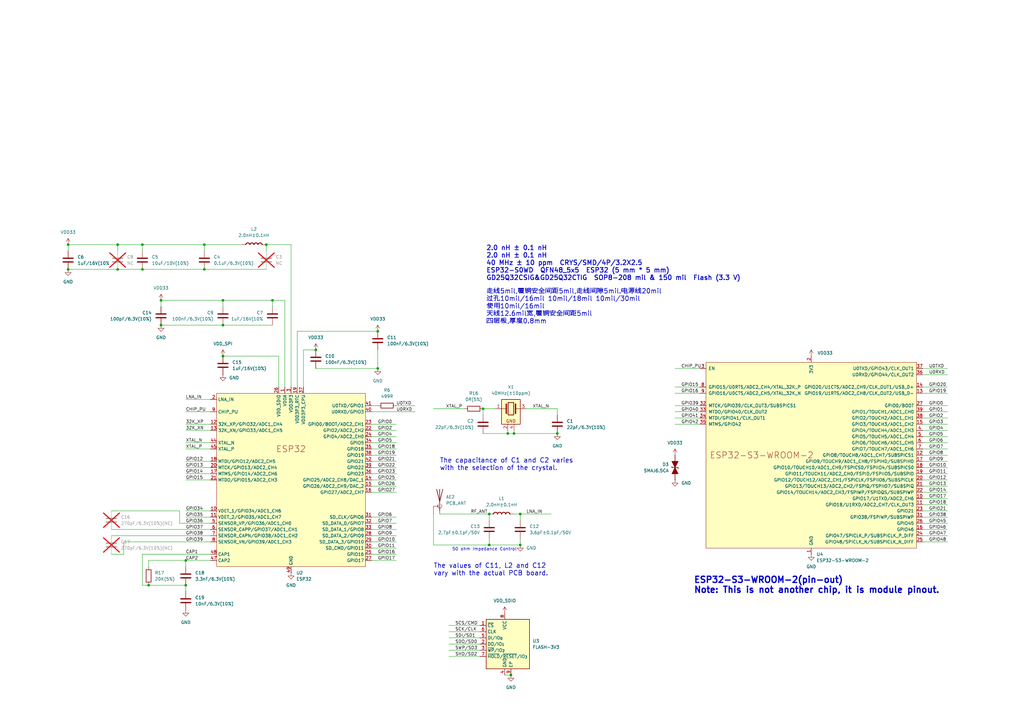
<source format=kicad_sch>
(kicad_sch (version 20250114) (generator "eeschema") (generator_version "9.0")
  (paper "A3")
  (lib_symbols
    (symbol "Device:Antenna_Shield" (pin_numbers (hide yes)) (pin_names (offset 1.016) (hide yes))
      (property "Reference" "AE" (at -1.905 4.445 0))
      (property "Value" "Antenna_Shield" (at -1.905 2.54 0))
      (symbol "Antenna_Shield_0_1"
        (arc (start 0 -2.667) (mid -0.8485 -2.1032) (end -0.508 -1.143))
        (polyline (pts (xy 0 5.08) (xy 0 -3.81)) (stroke (width 0.254)))
        (polyline (pts (xy 0 -2.54) (xy 0 0)))
        (arc (start 0.508 -1.143) (mid 0.8046 -2.0885) (end 0 -2.667))
        (polyline (pts (xy 0.762 -1.905) (xy 2.54 -1.905)))
        (circle (center 0.762 -1.905) (radius 0.1778) (fill (type outline)))
        (polyline (pts (xy 1.27 5.08) (xy 0 0) (xy -1.27 5.08)) (stroke (width 0.254)))
        (polyline (pts (xy 2.54 -2.54) (xy 2.54 -1.905)))
      )
      (symbol "Antenna_Shield_1_1"
        (pin input line (at 0 -5.08 90) (length 2.54) (name "A") (number "1"))
        (pin input line (at 2.54 -5.08 90) (length 2.54) (name "Shield") (number "2"))
      )
    )
    (symbol "Memory_Flash:W25Q128JVE"
      (property "Reference" "U" (at -6.35 11.43 0))
      (property "Value" "W25Q128JVE" (at 7.62 11.43 0))
      (symbol "W25Q128JVE_0_1"
        (rectangle (start -7.62 10.16) (end 10.16 -10.16) (stroke (width 0.254)) (fill (type background)))
      )
      (symbol "W25Q128JVE_1_1"
        (pin input line (at -10.16 7.62 0) (length 2.54) (name "~{CS}") (number "1"))
        (pin input line (at -10.16 5.08 0) (length 2.54) (name "CLK") (number "6"))
        (pin bidirectional line (at -10.16 2.54 0) (length 2.54) (name "DI/IO_{0}") (number "5"))
        (pin bidirectional line (at -10.16 0 0) (length 2.54) (name "DO/IO_{1}") (number "2"))
        (pin bidirectional line (at -10.16 -2.54 0) (length 2.54) (name "~{WP}/IO_{2}") (number "3"))
        (pin bidirectional line (at -10.16 -5.08 0) (length 2.54) (name "~{HOLD}/~{RESET}/IO_{3}") (number "7"))
        (pin power_in line (at 0 12.7 270) (length 2.54) (name "VCC") (number "8"))
        (pin power_in line (at 0 -12.7 90) (length 2.54) (name "GND") (number "4"))
        (pin passive line (at 2.54 -12.7 90) (length 2.54) (name "EP") (number "9"))
      )
    )
    (symbol "PCM_Capacitor_AKL:C_1206" (pin_numbers (hide yes)) (pin_names (offset 0.254))
      (property "Reference" "C" (at 0.635 2.54 0))
      (property "Value" "C_1206" (at 0.635 -2.54 0))
      (symbol "C_1206_0_1"
        (polyline (pts (xy -2.032 0.762) (xy 2.032 0.762)) (stroke (width 0.508)))
        (polyline (pts (xy -2.032 -0.762) (xy 2.032 -0.762)) (stroke (width 0.508)))
      )
      (symbol "C_1206_0_2"
        (polyline (pts (xy -2.54 -2.54) (xy -0.381 -0.381)))
        (polyline (pts (xy -0.508 -0.508) (xy -1.651 0.635)) (stroke (width 0.508)))
        (polyline (pts (xy -0.508 -0.508) (xy 0.635 -1.651)) (stroke (width 0.508)))
        (polyline (pts (xy 0.381 0.381) (xy 2.54 2.54)))
        (polyline (pts (xy 0.508 0.508) (xy -0.635 1.651)) (stroke (width 0.508)))
        (polyline (pts (xy 0.508 0.508) (xy 1.651 -0.635)) (stroke (width 0.508)))
      )
      (symbol "C_1206_1_1"
        (pin passive line (at 0 3.81 270) (length 2.794) (name "~") (number "1"))
        (pin passive line (at 0 -3.81 90) (length 2.794) (name "~") (number "2"))
      )
      (symbol "C_1206_1_2"
        (pin passive line (at -2.54 -2.54 90) (length 0) (name "~") (number "2"))
        (pin passive line (at 2.54 2.54 270) (length 0) (name "~") (number "1"))
      )
    )
    (symbol "PCM_Crystal_AKL:SMD3225-4" (pin_names (offset 1.016) (hide yes))
      (property "Reference" "X" (at 0 8.89 0))
      (property "Value" "SMD3225-4" (at 0 6.35 0))
      (symbol "SMD3225-4_0_1"
        (rectangle (start -3.81 3.81) (end 3.81 -6.35) (stroke (width 0.254)) (fill (type background)))
        (polyline (pts (xy -3.81 0) (xy -1.905 0)))
        (polyline (pts (xy -1.905 -1.905) (xy -1.905 1.905)) (stroke (width 0.508)))
        (rectangle (start -1.143 2.54) (end 1.143 -2.54) (stroke (width 0.3048)))
        (polyline (pts (xy 1.905 -1.905) (xy 1.905 1.905)) (stroke (width 0.508)))
        (polyline (pts (xy 3.81 0) (xy 1.905 0)))
        (text "GND" (at 0 -5.08 0) (effects (font (size 1.27 1.27))))
      )
      (symbol "SMD3225-4_1_1"
        (pin passive line (at -6.35 0 0) (length 2.54) (name "1") (number "1"))
        (pin passive line (at -1.27 -8.89 90) (length 2.54) (name "2") (number "2"))
        (pin passive line (at 1.27 -8.89 90) (length 2.54) (name "4") (number "4"))
        (pin passive line (at 6.35 0 180) (length 2.54) (name "3") (number "3"))
      )
    )
    (symbol "PCM_Diode_TVS_AKL:SMAJ6.5CA" (pin_numbers (hide yes)) (pin_names (offset 1.016) (hide yes))
      (property "Reference" "D" (at 0 5.08 0))
      (property "Value" "SMAJ6.5CA" (at 0 2.54 0))
      (symbol "SMAJ6.5CA_0_1"
        (polyline (pts (xy 0 1.27) (xy 0 -1.27)) (stroke (width 0.254)))
        (polyline (pts (xy 0 1.27) (xy 0.508 1.27)) (stroke (width 0.254)))
        (polyline (pts (xy 0 0) (xy -2.54 1.27) (xy -2.54 -1.27) (xy 0 0)) (stroke (width 0.254)) (fill (type outline)))
        (polyline (pts (xy 0 -1.27) (xy -0.508 -1.27)) (stroke (width 0.254)))
        (polyline (pts (xy 1.27 0) (xy -1.27 0)))
        (polyline (pts (xy 2.54 1.27) (xy 2.54 -1.27) (xy 0 0) (xy 2.54 1.27)) (stroke (width 0.254)) (fill (type outline)))
      )
      (symbol "SMAJ6.5CA_0_2"
        (polyline (pts (xy -3.81 -3.81) (xy 3.81 3.81)))
        (polyline (pts (xy -1.778 -1.778) (xy -2.667 -0.889) (xy 0 0) (xy -0.889 -2.667) (xy -1.778 -1.778)) (stroke (width 0.254)) (fill (type outline)))
        (polyline (pts (xy -0.889 0.889) (xy -1.27 0.508)) (stroke (width 0.254)))
        (polyline (pts (xy -0.889 0.889) (xy 0.889 -0.889)) (stroke (width 0.254)))
        (polyline (pts (xy 0.889 -0.889) (xy 1.27 -0.508)) (stroke (width 0.254)))
        (polyline (pts (xy 1.778 1.778) (xy 2.667 0.889) (xy 0 0) (xy 0.889 2.667) (xy 1.778 1.778)) (stroke (width 0.254)) (fill (type outline)))
      )
      (symbol "SMAJ6.5CA_1_1"
        (pin passive line (at -5.08 0 0) (length 2.54) (name "K") (number "1"))
        (pin passive line (at 5.08 0 180) (length 2.54) (name "A") (number "2"))
      )
      (symbol "SMAJ6.5CA_1_2"
        (pin passive line (at -3.81 -3.81 0) (length 0) (name "A") (number "2"))
        (pin passive line (at 3.81 3.81 180) (length 0) (name "K") (number "1"))
      )
    )
    (symbol "PCM_Elektuur:L" (pin_numbers (hide yes)) (pin_names (offset 0) (hide yes))
      (property "Reference" "L" (at 2.54 3.175 0))
      (property "Value" "L" (at 2.54 -3.175 0))
      (symbol "L_1_0"
        (arc (start 0 3.302) (mid 0.6604 2.5146) (end 0 1.7272) (stroke (width 0.254)))
        (arc (start 0 1.6256) (mid 0.6604 0.8382) (end 0 0.0508) (stroke (width 0.254)))
        (arc (start 0 -0.0508) (mid 0.6604 -0.8382) (end 0 -1.6256) (stroke (width 0.254)))
        (arc (start 0 -1.7272) (mid 0.6604 -2.5146) (end 0 -3.302) (stroke (width 0.254)))
        (arc (start 0 3.4036) (mid 0.762 2.5146) (end 0 1.6256) (stroke (width 0.254)))
        (arc (start 0 1.7272) (mid 0.762 0.8382) (end 0 -0.0508) (stroke (width 0.254)))
        (arc (start 0 0.0508) (mid 0.762 -0.8382) (end 0 -1.7272) (stroke (width 0.254)))
        (arc (start 0 -1.6256) (mid 0.762 -2.5146) (end 0 -3.4036) (stroke (width 0.254)))
        (polyline (pts (xy 0 3.5052) (xy 0 3.302)) (stroke (width 0.254)))
        (polyline (pts (xy 0 1.7272) (xy 0 1.6256)) (stroke (width 0.254)))
        (polyline (pts (xy 0 0.0508) (xy 0 -0.0508)) (stroke (width 0.254)))
        (polyline (pts (xy 0 -1.6256) (xy 0 -1.7272)) (stroke (width 0.254)))
        (polyline (pts (xy 0 -3.302) (xy 0 -3.5052)) (stroke (width 0.254)))
        (pin passive line (at 0 5.08 270) (length 1.5748) (name "+") (number "1"))
        (pin passive line (at 0 -5.08 90) (length 1.5748) (name "-") (number "2"))
      )
      (symbol "L_1_2"
        (rectangle (start 1.524 3.3782) (end 1.9812 -3.3782) (stroke (width 0.254)) (fill (type outline)))
      )
      (symbol "L_1_3"
        (rectangle (start 1.524 3.0988) (end 1.9812 1.9304) (stroke (width 0.254)) (fill (type outline)))
        (rectangle (start 1.524 1.4224) (end 1.9812 0.254) (stroke (width 0.254)) (fill (type outline)))
        (rectangle (start 1.524 -0.254) (end 1.9812 -1.4224) (stroke (width 0.254)) (fill (type outline)))
        (rectangle (start 1.524 -1.9304) (end 1.9812 -3.0988) (stroke (width 0.254)) (fill (type outline)))
      )
    )
    (symbol "PCM_Espressif:ESP32"
      (property "Reference" "U" (at -30.48 40.64 0))
      (property "Value" "ESP32" (at -30.48 38.1 0))
      (symbol "ESP32_0_0"
        (text "ESP32" (at 0 12.7 0) (effects (font (size 2.54 2.54))))
      )
      (symbol "ESP32_0_1"
        (rectangle (start -30.48 35.56) (end 30.48 -35.56) (fill (type background)))
      )
      (symbol "ESP32_1_1"
        (pin bidirectional line (at -33.02 33.02 0) (length 2.54) (name "LNA_IN") (number "2"))
        (pin input line (at -33.02 27.94 0) (length 2.54) (name "CHIP_PU") (number "9"))
        (pin bidirectional line (at -33.02 22.86 0) (length 2.54) (name "32K_XP/GPIO32/ADC1_CH4") (number "12"))
        (pin bidirectional line (at -33.02 20.32 0) (length 2.54) (name "32K_XN/GPIO33/ADC1_CH5") (number "13"))
        (pin output line (at -33.02 15.24 0) (length 2.54) (name "XTAL_N") (number "44"))
        (pin input line (at -33.02 12.7 0) (length 2.54) (name "XTAL_P") (number "45"))
        (pin bidirectional line (at -33.02 7.62 0) (length 2.54) (name "MTDI/GPIO12/ADC2_CH5") (number "18"))
        (pin bidirectional line (at -33.02 5.08 0) (length 2.54) (name "MTCK/GPIO13/ADC2_CH4") (number "20"))
        (pin bidirectional line (at -33.02 2.54 0) (length 2.54) (name "MTMS/GPIO14/ADC2_CH6") (number "17"))
        (pin bidirectional line (at -33.02 0 0) (length 2.54) (name "MTDO/GPIO15/ADC2_CH3") (number "21"))
        (pin input line (at -33.02 -12.7 0) (length 2.54) (name "VDET_1/GPIO34/ADC1_CH6") (number "10"))
        (pin input line (at -33.02 -15.24 0) (length 2.54) (name "VDET_2/GPIO35/ADC1_CH7") (number "11"))
        (pin input line (at -33.02 -17.78 0) (length 2.54) (name "SENSOR_VP/GPIO36/ADC1_CH0") (number "5"))
        (pin input line (at -33.02 -20.32 0) (length 2.54) (name "SENSOR_CAPP/GPIO37/ADC1_CH1") (number "6"))
        (pin input line (at -33.02 -22.86 0) (length 2.54) (name "SENSOR_CAPN/GPIO38/ADC1_CH2") (number "7"))
        (pin input line (at -33.02 -25.4 0) (length 2.54) (name "SENSOR_VN/GPIO39/ADC1_CH3") (number "8"))
        (pin input line (at -33.02 -30.48 0) (length 2.54) (name "CAP1") (number "48"))
        (pin input line (at -33.02 -33.02 0) (length 2.54) (name "CAP2") (number "47"))
        (pin power_out line (at -5.08 38.1 270) (length 2.54) (name "VDD_SDIO") (number "26"))
        (pin power_in line (at -2.54 38.1 270) (length 2.54) (name "VDDA") (number "1"))
        (pin passive line (at -2.54 38.1 270) (length 2.54) (hide yes) (name "VDDA") (number "43"))
        (pin passive line (at -2.54 38.1 270) (length 2.54) (hide yes) (name "VDDA") (number "46"))
        (pin power_in line (at 0 38.1 270) (length 2.54) (name "VDD3P3") (number "3"))
        (pin passive line (at 0 38.1 270) (length 2.54) (hide yes) (name "VDD3P3") (number "4"))
        (pin power_in line (at 0 -38.1 90) (length 2.54) (name "GND") (number "49"))
        (pin power_in line (at 2.54 38.1 270) (length 2.54) (name "VDD3P3_RTC") (number "19"))
        (pin power_in line (at 5.08 38.1 270) (length 2.54) (name "VDD3P3_CPU") (number "37"))
        (pin bidirectional line (at 33.02 30.48 180) (length 2.54) (name "U0TXD/GPIO1") (number "41"))
        (pin bidirectional line (at 33.02 27.94 180) (length 2.54) (name "U0RXD/GPIO3") (number "40"))
        (pin bidirectional line (at 33.02 22.86 180) (length 2.54) (name "GPIO0/BOOT/ADC2_CH1") (number "23"))
        (pin bidirectional line (at 33.02 20.32 180) (length 2.54) (name "GPIO2/ADC2_CH2") (number "22"))
        (pin bidirectional line (at 33.02 17.78 180) (length 2.54) (name "GPIO4/ADC2_CH0") (number "24"))
        (pin bidirectional line (at 33.02 15.24 180) (length 2.54) (name "GPIO5") (number "34"))
        (pin bidirectional line (at 33.02 12.7 180) (length 2.54) (name "GPIO18") (number "35"))
        (pin bidirectional line (at 33.02 10.16 180) (length 2.54) (name "GPIO19") (number "38"))
        (pin bidirectional line (at 33.02 7.62 180) (length 2.54) (name "GPIO21") (number "42"))
        (pin bidirectional line (at 33.02 5.08 180) (length 2.54) (name "GPIO22") (number "39"))
        (pin bidirectional line (at 33.02 2.54 180) (length 2.54) (name "GPIO23") (number "36"))
        (pin bidirectional line (at 33.02 0 180) (length 2.54) (name "GPIO25/ADC2_CH8/DAC_1") (number "14"))
        (pin bidirectional line (at 33.02 -2.54 180) (length 2.54) (name "GPIO26/ADC2_CH9/DAC_2") (number "15"))
        (pin bidirectional line (at 33.02 -5.08 180) (length 2.54) (name "GPIO27/ADC2_CH7") (number "16"))
        (pin bidirectional line (at 33.02 -15.24 180) (length 2.54) (name "SD_CLK/GPIO6") (number "31"))
        (pin bidirectional line (at 33.02 -17.78 180) (length 2.54) (name "SD_DATA_0/GPIO7") (number "32"))
        (pin bidirectional line (at 33.02 -20.32 180) (length 2.54) (name "SD_DATA_1/GPIO8") (number "33"))
        (pin bidirectional line (at 33.02 -22.86 180) (length 2.54) (name "SD_DATA_2/GPIO9") (number "28"))
        (pin bidirectional line (at 33.02 -25.4 180) (length 2.54) (name "SD_DATA_3/GPIO10") (number "29"))
        (pin bidirectional line (at 33.02 -27.94 180) (length 2.54) (name "SD_CMD/GPIO11") (number "30"))
        (pin bidirectional line (at 33.02 -30.48 180) (length 2.54) (name "GPIO16") (number "25"))
        (pin bidirectional line (at 33.02 -33.02 180) (length 2.54) (name "GPIO17") (number "27"))
      )
    )
    (symbol "PCM_Espressif:ESP32-S3-WROOM-2" (pin_names (offset 1.016))
      (property "Reference" "U" (at -43.18 43.18 0))
      (property "Value" "ESP32-S3-WROOM-2" (at -43.18 40.64 0))
      (symbol "ESP32-S3-WROOM-2_0_0"
        (text "ESP32-S3-WROOM-2" (at -20.32 0 0) (effects (font (size 2.54 2.54))))
        (pin input line (at -45.72 35.56 0) (length 2.54) (name "EN") (number "3"))
        (pin bidirectional line (at -45.72 27.94 0) (length 2.54) (name "GPIO15/U0RTS/ADC2_CH4/XTAL_32K_P") (number "8"))
        (pin bidirectional line (at -45.72 25.4 0) (length 2.54) (name "GPIO16/U0CTS/ADC2_CH5/XTAL_32K_N") (number "9"))
        (pin bidirectional line (at -45.72 20.32 0) (length 2.54) (name "MTCK/GPIO39/CLK_OUT3/SUBSPICS1") (number "32"))
        (pin bidirectional line (at -45.72 17.78 0) (length 2.54) (name "MTDO/GPIO40/CLK_OUT2") (number "33"))
        (pin bidirectional line (at -45.72 15.24 0) (length 2.54) (name "MTDI/GPIO41/CLK_OUT1") (number "34"))
        (pin bidirectional line (at -45.72 12.7 0) (length 2.54) (name "MTMS/GPIO42") (number "35"))
        (pin no_connect line (at -43.18 -30.48 0) (length 2.54) (hide yes) (name "NC") (number "30"))
        (pin no_connect line (at -43.18 -33.02 0) (length 2.54) (hide yes) (name "NC") (number "29"))
        (pin no_connect line (at -43.18 -35.56 0) (length 2.54) (hide yes) (name "NC") (number "28"))
        (pin power_in line (at 0 40.64 270) (length 2.54) (name "3V3") (number "2"))
        (pin power_in line (at 0 -40.64 90) (length 2.54) (name "GND") (number "1"))
        (pin passive line (at 0 -40.64 90) (length 2.54) (hide yes) (name "GND") (number "40"))
        (pin passive line (at 0 -40.64 90) (length 2.54) (hide yes) (name "GND") (number "41"))
        (pin bidirectional line (at 45.72 35.56 180) (length 2.54) (name "U0TXD/GPIO43/CLK_OUT1") (number "37"))
        (pin bidirectional line (at 45.72 33.02 180) (length 2.54) (name "U0RXD/GPIO44/CLK_OUT2") (number "36"))
        (pin bidirectional line (at 45.72 27.94 180) (length 2.54) (name "GPIO20/U1CTS/ADC2_CH9/CLK_OUT1/USB_D+") (number "14"))
        (pin bidirectional line (at 45.72 25.4 180) (length 2.54) (name "GPIO19/U1RTS/ADC2_CH8/CLK_OUT2/USB_D-") (number "13"))
        (pin bidirectional line (at 45.72 20.32 180) (length 2.54) (name "GPIO0/BOOT") (number "27"))
        (pin bidirectional line (at 45.72 17.78 180) (length 2.54) (name "GPIO1/TOUCH1/ADC1_CH0") (number "39"))
        (pin bidirectional line (at 45.72 15.24 180) (length 2.54) (name "GPIO2/TOUCH2/ADC1_CH1") (number "38"))
        (pin bidirectional line (at 45.72 12.7 180) (length 2.54) (name "GPIO3/TOUCH3/ADC1_CH2") (number "15"))
        (pin bidirectional line (at 45.72 10.16 180) (length 2.54) (name "GPIO4/TOUCH4/ADC1_CH3") (number "4"))
        (pin bidirectional line (at 45.72 7.62 180) (length 2.54) (name "GPIO5/TOUCH5/ADC1_CH4") (number "5"))
        (pin bidirectional line (at 45.72 5.08 180) (length 2.54) (name "GPIO6/TOUCH6/ADC1_CH5") (number "6"))
        (pin bidirectional line (at 45.72 2.54 180) (length 2.54) (name "GPIO7/TOUCH7/ADC1_CH6") (number "7"))
        (pin bidirectional line (at 45.72 0 180) (length 2.54) (name "GPIO8/TOUCH8/ADC1_CH7/SUBSPICS1") (number "12"))
        (pin bidirectional line (at 45.72 -2.54 180) (length 2.54) (name "GPIO9/TOUCH9/ADC1_CH8/FSPIHD/SUBSPIHD") (number "17"))
        (pin bidirectional line (at 45.72 -5.08 180) (length 2.54) (name "GPIO10/TOUCH10/ADC1_CH9/FSPICS0/FSPIIO4/SUBSPICS0") (number "18"))
        (pin bidirectional line (at 45.72 -7.62 180) (length 2.54) (name "GPIO11/TOUCH11/ADC2_CH0/FSPID/FSPIIO5/SUBSPID") (number "19"))
        (pin bidirectional line (at 45.72 -10.16 180) (length 2.54) (name "GPIO12/TOUCH12/ADC2_CH1/FSPICLK/FSPIIO6/SUBSPICLK") (number "20"))
        (pin bidirectional line (at 45.72 -12.7 180) (length 2.54) (name "GPIO13/TOUCH13/ADC2_CH2/FSPIQ/FSPIIO7/SUBSPIQ") (number "21"))
        (pin bidirectional line (at 45.72 -15.24 180) (length 2.54) (name "GPIO14/TOUCH14/ADC2_CH3/FSPIWP/FSPIDQS/SUBSPIWP") (number "22"))
        (pin bidirectional line (at 45.72 -17.78 180) (length 2.54) (name "GPIO17/U1TXD/ADC2_CH6") (number "10"))
        (pin bidirectional line (at 45.72 -20.32 180) (length 2.54) (name "GPIO18/U1RXD/ADC2_CH7/CLK_OUT3") (number "11"))
        (pin bidirectional line (at 45.72 -22.86 180) (length 2.54) (name "GPIO21") (number "23"))
        (pin bidirectional line (at 45.72 -25.4 180) (length 2.54) (name "GPIO38/FSPIWP/SUBSPIWP") (number "31"))
        (pin bidirectional line (at 45.72 -27.94 180) (length 2.54) (name "GPIO45") (number "26"))
        (pin bidirectional line (at 45.72 -30.48 180) (length 2.54) (name "GPIO46") (number "16"))
        (pin bidirectional line (at 45.72 -33.02 180) (length 2.54) (name "GPIO47/SPICLK_P/SUBSPICLK_P_DIFF") (number "24"))
        (pin bidirectional line (at 45.72 -35.56 180) (length 2.54) (name "GPIO48/SPICLK_N/SUBSPICLK_N_DIFF") (number "25"))
      )
      (symbol "ESP32-S3-WROOM-2_0_1"
        (rectangle (start -43.18 38.1) (end 43.18 -38.1) (fill (type background)))
      )
    )
    (symbol "PCM_Resistor_AKL:R_1206" (pin_numbers (hide yes)) (pin_names (offset 0))
      (property "Reference" "R" (at 2.54 1.27 0))
      (property "Value" "R_1206" (at 2.54 -1.27 0))
      (symbol "R_1206_0_1"
        (rectangle (start -1.016 2.54) (end 1.016 -2.54) (stroke (width 0.254)))
      )
      (symbol "R_1206_0_2"
        (polyline (pts (xy -2.54 -2.54) (xy -1.524 -1.524)))
        (polyline (pts (xy 1.524 1.524) (xy 2.54 2.54)))
        (polyline (pts (xy 1.524 1.524) (xy 0.889 2.159) (xy -2.159 -0.889) (xy -0.889 -2.159) (xy 2.159 0.889) (xy 1.524 1.524)) (stroke (width 0.254)))
      )
      (symbol "R_1206_1_1"
        (pin passive line (at 0 3.81 270) (length 1.27) (name "~") (number "1"))
        (pin passive line (at 0 -3.81 90) (length 1.27) (name "~") (number "2"))
      )
      (symbol "R_1206_1_2"
        (pin passive line (at -2.54 -2.54 0) (length 0) (name "") (number "2"))
        (pin passive line (at 2.54 2.54 180) (length 0) (name "") (number "1"))
      )
    )
    (symbol "power:+3.3V" (power) (pin_numbers (hide yes)) (pin_names (offset 0) (hide yes))
      (property "Value" "+3.3V" (at 0 3.556 0))
      (symbol "+3.3V_0_1"
        (polyline (pts (xy -0.762 1.27) (xy 0 2.54)))
        (polyline (pts (xy 0 2.54) (xy 0.762 1.27)))
        (polyline (pts (xy 0 0) (xy 0 2.54)))
      )
      (symbol "+3.3V_1_1"
        (pin power_in line (at 0 0 90) (length 0) (name "~") (number "1"))
      )
    )
    (symbol "power:GND" (power) (pin_numbers (hide yes)) (pin_names (offset 0) (hide yes))
      (property "Value" "GND" (at 0 -3.81 0))
      (symbol "GND_0_1"
        (polyline (pts (xy 0 0) (xy 0 -1.27) (xy 1.27 -1.27) (xy 0 -2.54) (xy -1.27 -1.27) (xy 0 -1.27)))
      )
      (symbol "GND_1_1"
        (pin power_in line (at 0 0 270) (length 0) (name "~") (number "1"))
      )
    )
  )
  (text "The values of C11, L2 and C12\nvary with the actual PCB board." (exclude_from_sim yes) (at 177.8 233.68 0) (effects (font (size 1.905 1.905) (thickness 0.2381)) (justify left)))
  (text "50 ohm Impedance Control" (at 185.42 226.06 0) (effects (font (size 1.27 1.27)) (justify left bottom)))
  (text "ESP32-S3-WROOM-2(pin-out)\nNote: This is not another chip, it is module pinout.\n" (exclude_from_sim yes) (at 284.48 240.03 0) (effects (font (size 2.54 2.54) (thickness 0.508) (bold yes)) (justify left)))
  (text "2.0 nH ± 0.1 nH\n2.0 nH ± 0.1 nH\n40 MHz ± 10 ppm  CRYS/SMD/4P/3.2X2.5\nESP32-S0WD  QFN48_5x5  ESP32 (5 mm * 5 mm)\nGD25Q32CSIG&GD25Q32CTIG  SOP8-208 mil & 150 mil  Flash (3.3 V)" (exclude_from_sim yes) (at 199.39 107.95 0) (effects (font (size 1.905 1.905) (thickness 0.3175)) (justify left)))
  (text "走线5mil,覆铜安全间距5mil,走线间隙5mil.电源线20mil\n过孔10mil/16mil 10mil/18mil 10mil/30mil\n使用10mil/16mil\n天线12.6mil宽,覆铜安全间距5mil\n四层板,厚度0.8mm" (exclude_from_sim yes) (at 199.39 125.73 0) (effects (font (size 1.905 1.905) (thickness 0.2381)) (justify left)))
  (text "The capacitance of C1 and C2 varies\nwith the selection of the crystal.\n" (exclude_from_sim yes) (at 180.34 190.5 0) (effects (font (size 1.905 1.905) (thickness 0.2381)) (justify left)))
  (junction (at 83.82 100.33))
  (junction (at 76.2 229.87))
  (junction (at 83.82 110.49))
  (junction (at 66.04 133.35))
  (junction (at 210.82 177.8))
  (junction (at 66.04 123.19))
  (junction (at 228.6 177.8))
  (junction (at 27.94 110.49))
  (junction (at 91.44 133.35))
  (junction (at 58.42 110.49))
  (junction (at 154.94 135.89))
  (junction (at 111.76 123.19))
  (junction (at 60.96 240.03))
  (junction (at 208.28 177.8))
  (junction (at 200.66 223.52))
  (junction (at 48.26 110.49))
  (junction (at 91.44 123.19))
  (junction (at 129.54 143.51))
  (junction (at 27.94 100.33))
  (junction (at 200.66 210.82))
  (junction (at 48.26 100.33))
  (junction (at 213.36 210.82))
  (junction (at 91.44 146.05))
  (junction (at 58.42 100.33))
  (junction (at 198.12 167.64))
  (junction (at 76.2 240.03))
  (junction (at 109.22 100.33))
  (junction (at 213.36 223.52))
  (junction (at 154.94 151.13))
  (junction (at 209.55 276.86))
  (wire (pts (xy 91.44 125.73) (xy 91.44 123.19)))
  (wire (pts (xy 76.2 229.87) (xy 60.96 229.87)))
  (wire (pts (xy 184.15 269.24) (xy 196.85 269.24)))
  (wire (pts (xy 76.2 181.61) (xy 86.36 181.61)))
  (wire (pts (xy 76.2 191.77) (xy 86.36 191.77)))
  (wire (pts (xy 129.54 151.13) (xy 154.94 151.13)))
  (wire (pts (xy 91.44 133.35) (xy 66.04 133.35)))
  (wire (pts (xy 378.46 186.69) (xy 388.62 186.69)))
  (wire (pts (xy 276.86 171.45) (xy 287.02 171.45)))
  (wire (pts (xy 76.2 240.03) (xy 76.2 242.57)))
  (wire (pts (xy 76.2 173.99) (xy 86.36 173.99)))
  (wire (pts (xy 177.8 167.64) (xy 190.5 167.64)))
  (wire (pts (xy 58.42 227.33) (xy 58.42 240.03)))
  (wire (pts (xy 184.15 266.7) (xy 196.85 266.7)))
  (wire (pts (xy 200.66 210.82) (xy 200.66 213.36)))
  (wire (pts (xy 378.46 199.39) (xy 388.62 199.39)))
  (wire (pts (xy 177.8 210.82) (xy 177.8 223.52)))
  (wire (pts (xy 276.86 158.75) (xy 287.02 158.75)))
  (wire (pts (xy 276.86 151.13) (xy 287.02 151.13)))
  (wire (pts (xy 124.46 143.51) (xy 129.54 143.51)))
  (wire (pts (xy 121.92 135.89) (xy 154.94 135.89)))
  (wire (pts (xy 76.2 196.85) (xy 86.36 196.85)))
  (wire (pts (xy 378.46 219.71) (xy 388.62 219.71)))
  (wire (pts (xy 378.46 207.01) (xy 388.62 207.01)))
  (wire (pts (xy 45.72 227.33) (xy 50.8 227.33)))
  (wire (pts (xy 76.2 232.41) (xy 76.2 229.87)))
  (wire (pts (xy 184.15 259.08) (xy 196.85 259.08)))
  (wire (pts (xy 76.2 168.91) (xy 86.36 168.91)))
  (wire (pts (xy 121.92 135.89) (xy 121.92 158.75)))
  (wire (pts (xy 152.4 189.23) (xy 162.56 189.23)))
  (wire (pts (xy 152.4 214.63) (xy 162.56 214.63)))
  (wire (pts (xy 184.15 256.54) (xy 196.85 256.54)))
  (wire (pts (xy 83.82 100.33) (xy 99.06 100.33)))
  (wire (pts (xy 58.42 227.33) (xy 86.36 227.33)))
  (wire (pts (xy 91.44 146.05) (xy 114.3 146.05)))
  (wire (pts (xy 184.15 261.62) (xy 196.85 261.62)))
  (wire (pts (xy 228.6 167.64) (xy 228.6 170.18)))
  (wire (pts (xy 91.44 133.35) (xy 111.76 133.35)))
  (wire (pts (xy 152.4 173.99) (xy 162.56 173.99)))
  (wire (pts (xy 83.82 110.49) (xy 109.22 110.49)))
  (wire (pts (xy 276.86 168.91) (xy 287.02 168.91)))
  (wire (pts (xy 378.46 179.07) (xy 388.62 179.07)))
  (wire (pts (xy 60.96 240.03) (xy 76.2 240.03)))
  (wire (pts (xy 378.46 153.67) (xy 388.62 153.67)))
  (wire (pts (xy 200.66 220.98) (xy 200.66 223.52)))
  (wire (pts (xy 58.42 110.49) (xy 83.82 110.49)))
  (wire (pts (xy 152.4 179.07) (xy 162.56 179.07)))
  (wire (pts (xy 58.42 240.03) (xy 60.96 240.03)))
  (wire (pts (xy 76.2 194.31) (xy 86.36 194.31)))
  (wire (pts (xy 152.4 199.39) (xy 162.56 199.39)))
  (wire (pts (xy 154.94 143.51) (xy 154.94 151.13)))
  (wire (pts (xy 27.94 100.33) (xy 48.26 100.33)))
  (wire (pts (xy 210.82 176.53) (xy 210.82 177.8)))
  (wire (pts (xy 208.28 176.53) (xy 208.28 177.8)))
  (wire (pts (xy 58.42 102.87) (xy 58.42 100.33)))
  (wire (pts (xy 378.46 196.85) (xy 388.62 196.85)))
  (wire (pts (xy 76.2 209.55) (xy 86.36 209.55)))
  (wire (pts (xy 111.76 125.73) (xy 111.76 123.19)))
  (wire (pts (xy 50.8 227.33) (xy 50.8 222.25)))
  (wire (pts (xy 378.46 181.61) (xy 388.62 181.61)))
  (wire (pts (xy 378.46 191.77) (xy 388.62 191.77)))
  (wire (pts (xy 198.12 177.8) (xy 208.28 177.8)))
  (wire (pts (xy 152.4 166.37) (xy 154.94 166.37)))
  (wire (pts (xy 152.4 181.61) (xy 162.56 181.61)))
  (wire (pts (xy 116.84 123.19) (xy 116.84 158.75)))
  (wire (pts (xy 91.44 123.19) (xy 66.04 123.19)))
  (wire (pts (xy 213.36 213.36) (xy 213.36 210.82)))
  (wire (pts (xy 378.46 171.45) (xy 388.62 171.45)))
  (wire (pts (xy 73.66 209.55) (xy 73.66 214.63)))
  (wire (pts (xy 76.2 176.53) (xy 86.36 176.53)))
  (wire (pts (xy 177.8 223.52) (xy 200.66 223.52)))
  (wire (pts (xy 114.3 146.05) (xy 114.3 158.75)))
  (wire (pts (xy 45.72 209.55) (xy 73.66 209.55)))
  (wire (pts (xy 213.36 210.82) (xy 226.06 210.82)))
  (wire (pts (xy 152.4 184.15) (xy 162.56 184.15)))
  (wire (pts (xy 162.56 166.37) (xy 170.18 166.37)))
  (wire (pts (xy 116.84 123.19) (xy 111.76 123.19)))
  (wire (pts (xy 50.8 222.25) (xy 86.36 222.25)))
  (wire (pts (xy 276.86 161.29) (xy 287.02 161.29)))
  (wire (pts (xy 378.46 194.31) (xy 388.62 194.31)))
  (wire (pts (xy 152.4 222.25) (xy 162.56 222.25)))
  (wire (pts (xy 45.72 219.71) (xy 86.36 219.71)))
  (wire (pts (xy 76.2 163.83) (xy 86.36 163.83)))
  (wire (pts (xy 76.2 184.15) (xy 86.36 184.15)))
  (wire (pts (xy 48.26 110.49) (xy 58.42 110.49)))
  (wire (pts (xy 180.34 210.82) (xy 200.66 210.82)))
  (wire (pts (xy 124.46 143.51) (xy 124.46 158.75)))
  (wire (pts (xy 152.4 224.79) (xy 162.56 224.79)))
  (wire (pts (xy 213.36 223.52) (xy 213.36 220.98)))
  (wire (pts (xy 208.28 177.8) (xy 210.82 177.8)))
  (wire (pts (xy 198.12 167.64) (xy 198.12 170.18)))
  (wire (pts (xy 27.94 110.49) (xy 48.26 110.49)))
  (wire (pts (xy 66.04 123.19) (xy 66.04 125.73)))
  (wire (pts (xy 276.86 173.99) (xy 287.02 173.99)))
  (wire (pts (xy 152.4 176.53) (xy 162.56 176.53)))
  (wire (pts (xy 58.42 100.33) (xy 83.82 100.33)))
  (wire (pts (xy 378.46 201.93) (xy 388.62 201.93)))
  (wire (pts (xy 378.46 212.09) (xy 388.62 212.09)))
  (wire (pts (xy 152.4 168.91) (xy 170.18 168.91)))
  (wire (pts (xy 378.46 161.29) (xy 388.62 161.29)))
  (wire (pts (xy 152.4 229.87) (xy 162.56 229.87)))
  (wire (pts (xy 378.46 222.25) (xy 388.62 222.25)))
  (wire (pts (xy 378.46 176.53) (xy 388.62 176.53)))
  (wire (pts (xy 152.4 196.85) (xy 162.56 196.85)))
  (wire (pts (xy 198.12 167.64) (xy 203.2 167.64)))
  (wire (pts (xy 210.82 177.8) (xy 228.6 177.8)))
  (wire (pts (xy 152.4 201.93) (xy 162.56 201.93)))
  (wire (pts (xy 83.82 102.87) (xy 83.82 100.33)))
  (wire (pts (xy 152.4 191.77) (xy 162.56 191.77)))
  (wire (pts (xy 378.46 168.91) (xy 388.62 168.91)))
  (wire (pts (xy 378.46 209.55) (xy 388.62 209.55)))
  (wire (pts (xy 152.4 217.17) (xy 162.56 217.17)))
  (wire (pts (xy 76.2 212.09) (xy 86.36 212.09)))
  (wire (pts (xy 109.22 100.33) (xy 109.22 102.87)))
  (wire (pts (xy 207.01 276.86) (xy 209.55 276.86)))
  (wire (pts (xy 48.26 102.87) (xy 48.26 100.33)))
  (wire (pts (xy 378.46 166.37) (xy 388.62 166.37)))
  (wire (pts (xy 152.4 227.33) (xy 162.56 227.33)))
  (wire (pts (xy 27.94 102.87) (xy 27.94 100.33)))
  (wire (pts (xy 378.46 184.15) (xy 388.62 184.15)))
  (wire (pts (xy 111.76 123.19) (xy 91.44 123.19)))
  (wire (pts (xy 378.46 217.17) (xy 388.62 217.17)))
  (wire (pts (xy 184.15 264.16) (xy 196.85 264.16)))
  (wire (pts (xy 378.46 173.99) (xy 388.62 173.99)))
  (wire (pts (xy 76.2 229.87) (xy 86.36 229.87)))
  (wire (pts (xy 152.4 212.09) (xy 162.56 212.09)))
  (wire (pts (xy 152.4 194.31) (xy 162.56 194.31)))
  (wire (pts (xy 45.72 217.17) (xy 86.36 217.17)))
  (wire (pts (xy 378.46 151.13) (xy 388.62 151.13)))
  (wire (pts (xy 378.46 158.75) (xy 388.62 158.75)))
  (wire (pts (xy 378.46 189.23) (xy 388.62 189.23)))
  (wire (pts (xy 215.9 167.64) (xy 228.6 167.64)))
  (wire (pts (xy 276.86 166.37) (xy 287.02 166.37)))
  (wire (pts (xy 60.96 229.87) (xy 60.96 232.41)))
  (wire (pts (xy 48.26 100.33) (xy 58.42 100.33)))
  (wire (pts (xy 200.66 223.52) (xy 213.36 223.52)))
  (wire (pts (xy 119.38 100.33) (xy 119.38 158.75)))
  (wire (pts (xy 109.22 100.33) (xy 119.38 100.33)))
  (wire (pts (xy 73.66 214.63) (xy 86.36 214.63)))
  (wire (pts (xy 76.2 189.23) (xy 86.36 189.23)))
  (wire (pts (xy 152.4 186.69) (xy 162.56 186.69)))
  (wire (pts (xy 152.4 219.71) (xy 162.56 219.71)))
  (wire (pts (xy 213.36 210.82) (xy 210.82 210.82)))
  (wire (pts (xy 378.46 204.47) (xy 388.62 204.47)))
  (wire (pts (xy 378.46 214.63) (xy 388.62 214.63)))
  (label "GPIO20" (at 381 158.75 0))
  (label "GPIO7" (at 154.94 214.63 0))
  (label "GPIO11" (at 154.94 224.79 0))
  (label "GPIO22" (at 154.94 191.77 0))
  (label "SCS{slash}CMD" (at 186.69 256.54 0))
  (label "GPIO16" (at 279.4 161.29 0))
  (label "GPIO39" (at 279.4 166.37 0))
  (label "CHIP_PU" (at 279.4 151.13 0))
  (label "GPIO12" (at 76.2 189.23 0))
  (label "GPIO40" (at 279.4 168.91 0))
  (label "U0TXD" (at 162.56 166.37 0))
  (label "GPIO36" (at 76.2 214.63 0))
  (label "GPIO17" (at 154.94 229.87 0))
  (label "SDI{slash}SD1" (at 186.69 261.62 0))
  (label "GPIO48" (at 381 222.25 0))
  (label "LNA_IN" (at 76.2 163.83 0))
  (label "SCK{slash}CLK" (at 186.69 259.08 0))
  (label "GPIO4" (at 154.94 179.07 0))
  (label "GPIO1" (at 381 168.91 0))
  (label "GPIO19" (at 381 161.29 0))
  (label "XTAL_N" (at 76.2 181.61 0))
  (label "GPIO9" (at 381 189.23 0))
  (label "GPIO4" (at 381 176.53 0))
  (label "GPIO5" (at 381 179.07 0))
  (label "GPIO21" (at 154.94 189.23 0))
  (label "GPIO11" (at 381 194.31 0))
  (label "GPIO6" (at 154.94 212.09 0))
  (label "GPIO6" (at 381 181.61 0))
  (label "GPIO8" (at 381 186.69 0))
  (label "U0TXD" (at 381 151.13 0))
  (label "GPIO34" (at 76.2 209.55 0))
  (label "GPIO21" (at 381 209.55 0))
  (label "GPIO35" (at 76.2 212.09 0))
  (label "GPIO0" (at 154.94 173.99 0))
  (label "GPIO12" (at 381 196.85 0))
  (label "GPIO9" (at 154.94 219.71 0))
  (label "GPIO7" (at 381 184.15 0))
  (label "GPIO25" (at 154.94 196.85 0))
  (label "GPIO42" (at 279.4 173.99 0))
  (label "GPIO19" (at 154.94 186.69 0))
  (label "GPIO16" (at 154.94 227.33 0))
  (label "GPIO46" (at 381 217.17 0))
  (label "GPIO18" (at 154.94 184.15 0))
  (label "GPIO38" (at 76.2 219.71 0))
  (label "GPIO45" (at 381 214.63 0))
  (label "GPIO5" (at 154.94 181.61 0))
  (label "GPIO3" (at 381 173.99 0))
  (label "GPIO47" (at 381 219.71 0))
  (label "CAP2" (at 76.2 229.87 0))
  (label "U0RXD" (at 381 153.67 0))
  (label "GPIO38" (at 381 212.09 0))
  (label "XTAL_P" (at 76.2 184.15 0))
  (label "U0RXD" (at 162.56 168.91 0))
  (label "GPIO27" (at 154.94 201.93 0))
  (label "GPIO8" (at 154.94 217.17 0))
  (label "RF_ANT" (at 193.04 210.82 0))
  (label "32K_XP" (at 76.2 173.99 0))
  (label "GPIO10" (at 154.94 222.25 0))
  (label "SWP{slash}SD3" (at 186.69 266.7 0))
  (label "GPIO15" (at 279.4 158.75 0))
  (label "GPIO13" (at 381 199.39 0))
  (label "CAP1" (at 76.2 227.33 0))
  (label "GPIO13" (at 76.2 191.77 0))
  (label "GPIO15" (at 76.2 196.85 0))
  (label "GPIO14" (at 76.2 194.31 0))
  (label "XTAL_N" (at 218.44 167.64 0))
  (label "32K_XN" (at 76.2 176.53 0))
  (label "GPIO0" (at 381 166.37 0))
  (label "GPIO2" (at 381 171.45 0))
  (label "GPIO18" (at 381 207.01 0))
  (label "GPIO41" (at 279.4 171.45 0))
  (label "GPIO26" (at 154.94 199.39 0))
  (label "XTAL_P" (at 182.88 167.64 0))
  (label "GPIO37" (at 76.2 217.17 0))
  (label "GPIO14" (at 381 201.93 0))
  (label "LNA_IN" (at 215.9 210.82 0))
  (label "SDO{slash}SD0" (at 186.69 264.16 0))
  (label "GPIO39" (at 76.2 222.25 0))
  (label "GPIO2" (at 154.94 176.53 0))
  (label "CHIP_PU" (at 76.2 168.91 0))
  (label "SHD{slash}SD2" (at 186.69 269.24 0))
  (label "GPIO10" (at 381 191.77 0))
  (label "GPIO23" (at 154.94 194.31 0))
  (label "GPIO17" (at 381 204.47 0))
  (symbol (lib_id "PCM_Capacitor_AKL:C_1206") (at 228.6 173.99 0) (mirror y) (unit 1)
    (property "Reference" "C1" (at 232.41 172.7199 0) (effects (justify right)))
    (property "Value" "22pF/6.3V(10%)" (at 232.41 175.2599 0) (effects (justify right)))
    (property "Footprint" "PCM_Capacitor_SMD_AKL:C_1206_3216Metric" (effects (hide yes)))
    (property "Description" "SMD 1206 MLCC capacitor, Alternate KiCad Library" (effects (hide yes)))
  )
  (symbol (lib_id "power:GND") (at 228.6 177.8 0) (unit 1)
    (property "Reference" "#PWR04" (effects (hide yes)))
    (property "Value" "GND" (at 228.6 182.88 0))
    (property "Description" "Power symbol creates a global label with name \"GND\" , ground" (effects (hide yes)))
  )
  (symbol (lib_id "power:GND") (at 154.94 151.13 0) (unit 1)
    (property "Reference" "#PWR016" (effects (hide yes)))
    (property "Value" "GND" (at 154.94 156.21 0))
    (property "Description" "Power symbol creates a global label with name \"GND\" , ground" (effects (hide yes)))
  )
  (symbol (lib_id "PCM_Resistor_AKL:R_1206") (at 158.75 166.37 90) (unit 1)
    (property "Reference" "R6" (at 158.75 160.02 90))
    (property "Value" "499R" (at 158.75 162.56 90))
    (property "Footprint" "PCM_Resistor_SMD_AKL:R_1206_3216Metric" (effects (hide yes)))
    (property "Description" "SMD 1206 Chip Resistor, European Symbol, Alternate KiCad Library" (effects (hide yes)))
  )
  (symbol (lib_id "PCM_Capacitor_AKL:C_1206") (at 58.42 106.68 0) (unit 1)
    (property "Reference" "C5" (at 62.23 105.4099 0) (effects (justify left)))
    (property "Value" "10uF/10V(10%)" (at 62.23 107.9499 0) (effects (justify left)))
    (property "Footprint" "PCM_Capacitor_SMD_AKL:C_1206_3216Metric" (effects (hide yes)))
    (property "Description" "SMD 1206 MLCC capacitor, Alternate KiCad Library" (effects (hide yes)))
  )
  (symbol (lib_id "PCM_Resistor_AKL:R_1206") (at 194.31 167.64 270) (unit 1)
    (property "Reference" "R16" (at 194.31 161.29 90))
    (property "Value" "0R(5%)" (at 194.31 163.83 90))
    (property "Footprint" "PCM_Resistor_SMD_AKL:R_1206_3216Metric" (effects (hide yes)))
    (property "Description" "SMD 1206 Chip Resistor, European Symbol, Alternate KiCad Library" (effects (hide yes)))
  )
  (symbol (lib_id "PCM_Diode_TVS_AKL:SMAJ6.5CA") (at 276.86 191.77 90) (unit 1)
    (property "Reference" "D3" (at 274.32 190.4999 90) (effects (justify left)))
    (property "Value" "SMAJ6.5CA" (at 274.32 193.0399 90) (effects (justify left)))
    (property "Footprint" "PCM_Diode_SMD_AKL:D_SMA_TVS" (effects (hide yes)))
    (property "Datasheet" "https://www.tme.eu/Document/dbc72d81c249fe51b6ab42300e8e06d0/SMAJ_ser.pdf" (effects (hide yes)))
    (property "Description" "SMA Bidirectional TVS Diode, 6.5V, 400W, Alternate KiCAD Library" (effects (hide yes)))
  )
  (symbol (lib_id "power:+3.3V") (at 332.74 146.05 0) (unit 1)
    (property "Reference" "#PWR028" (effects (hide yes)))
    (property "Value" "VDD33" (at 335.28 144.7799 0) (effects (justify left)))
    (property "Description" "Power symbol creates a global label with name \"+3.3V\"" (effects (hide yes)))
  )
  (symbol (lib_id "PCM_Capacitor_AKL:C_1206") (at 76.2 246.38 0) (unit 1)
    (property "Reference" "C19" (at 80.01 245.1099 0) (effects (justify left)))
    (property "Value" "10nF/6.3V(10%)" (at 80.01 247.6499 0) (effects (justify left)))
    (property "Footprint" "PCM_Capacitor_SMD_AKL:C_1206_3216Metric" (effects (hide yes)))
    (property "Description" "SMD 1206 MLCC capacitor, Alternate KiCad Library" (effects (hide yes)))
  )
  (symbol (lib_id "PCM_Elektuur:L") (at 205.74 210.82 90) (unit 1)
    (property "Reference" "L1" (at 205.74 204.47 90))
    (property "Value" "2.0nH±0.1nH" (at 205.74 207.01 90))
    (property "Description" "coil/winding/inductor/choke/reactor" (effects (hide yes)))
    (property "Indicator" "●" (effects (hide yes)))
    (property "Rating" "A" (effects (hide yes)))
  )
  (symbol (lib_id "PCM_Capacitor_AKL:C_1206") (at 76.2 236.22 0) (unit 1)
    (property "Reference" "C18" (at 80.01 234.9499 0) (effects (justify left)))
    (property "Value" "3.3nF/6.3V(10%)" (at 80.01 237.4899 0) (effects (justify left)))
    (property "Footprint" "PCM_Capacitor_SMD_AKL:C_1206_3216Metric" (effects (hide yes)))
    (property "Description" "SMD 1206 MLCC capacitor, Alternate KiCad Library" (effects (hide yes)))
  )
  (symbol (lib_id "PCM_Capacitor_AKL:C_1206") (at 154.94 139.7 0) (unit 1)
    (property "Reference" "C11" (at 158.75 138.4299 0) (effects (justify left)))
    (property "Value" "100nF/6.3V(10%)" (at 158.75 140.9699 0) (effects (justify left)))
    (property "Footprint" "PCM_Capacitor_SMD_AKL:C_1206_3216Metric" (effects (hide yes)))
    (property "Description" "SMD 1206 MLCC capacitor, Alternate KiCad Library" (effects (hide yes)))
  )
  (symbol (lib_id "Device:Antenna_Shield") (at 180.34 205.74 0) (mirror y) (unit 1)
    (property "Reference" "AE2" (at 182.88 203.8349 0) (effects (justify right)))
    (property "Value" "PCB_ANT" (at 182.88 206.3749 0) (effects (justify right)))
    (property "Description" "Antenna with extra pin for shielding" (effects (hide yes)))
  )
  (symbol (lib_id "PCM_Capacitor_AKL:C_1206") (at 45.72 223.52 0) (unit 1) (dnp yes)
    (property "Reference" "C17" (at 49.53 222.2499 0) (effects (justify left)))
    (property "Value" "270pF/6.3V(10%)(NC)" (at 49.53 224.7899 0) (effects (justify left)))
    (property "Footprint" "PCM_Capacitor_SMD_AKL:C_1206_3216Metric" (effects (hide yes)))
    (property "Description" "SMD 1206 MLCC capacitor, Alternate KiCad Library" (effects (hide yes)))
  )
  (symbol (lib_id "power:GND") (at 209.55 276.86 0) (unit 1)
    (property "Reference" "#PWR022" (effects (hide yes)))
    (property "Value" "GND" (at 209.55 281.94 0))
    (property "Description" "Power symbol creates a global label with name \"GND\" , ground" (effects (hide yes)))
  )
  (symbol (lib_id "PCM_Capacitor_AKL:C_1206") (at 198.12 173.99 0) (unit 1)
    (property "Reference" "C2" (at 194.31 172.7199 0) (effects (justify right)))
    (property "Value" "22pF/6.3V(10%)" (at 194.31 175.2599 0) (effects (justify right)))
    (property "Footprint" "PCM_Capacitor_SMD_AKL:C_1206_3216Metric" (effects (hide yes)))
    (property "Description" "SMD 1206 MLCC capacitor, Alternate KiCad Library" (effects (hide yes)))
  )
  (symbol (lib_id "power:+3.3V") (at 276.86 186.69 0) (unit 1)
    (property "Reference" "#PWR024" (effects (hide yes)))
    (property "Value" "VDD33" (at 276.86 181.61 0))
    (property "Description" "Power symbol creates a global label with name \"+3.3V\"" (effects (hide yes)))
  )
  (symbol (lib_id "PCM_Capacitor_AKL:C_1206") (at 48.26 106.68 0) (unit 1) (dnp yes)
    (property "Reference" "C8" (at 52.07 105.4099 0) (effects (justify left)))
    (property "Value" "NC" (at 52.07 107.9499 0) (effects (justify left)))
    (property "Footprint" "PCM_Capacitor_SMD_AKL:C_1206_3216Metric" (effects (hide yes)))
    (property "Description" "SMD 1206 MLCC capacitor, Alternate KiCad Library" (effects (hide yes)))
  )
  (symbol (lib_id "PCM_Capacitor_AKL:C_1206") (at 83.82 106.68 0) (unit 1)
    (property "Reference" "C4" (at 87.63 105.4099 0) (effects (justify left)))
    (property "Value" "0.1uF/6.3V(10%)" (at 87.63 107.9499 0) (effects (justify left)))
    (property "Footprint" "PCM_Capacitor_SMD_AKL:C_1206_3216Metric" (effects (hide yes)))
    (property "Description" "SMD 1206 MLCC capacitor, Alternate KiCad Library" (effects (hide yes)))
  )
  (symbol (lib_id "power:+3.3V") (at 207.01 251.46 0) (unit 1)
    (property "Reference" "#PWR021" (effects (hide yes)))
    (property "Value" "VDD_SDIO" (at 207.01 246.38 0))
    (property "Description" "Power symbol creates a global label with name \"+3.3V\"" (effects (hide yes)))
  )
  (symbol (lib_id "PCM_Crystal_AKL:SMD3225-4") (at 209.55 167.64 0) (unit 1)
    (property "Reference" "X1" (at 209.55 158.75 0))
    (property "Value" "40MHz(±10ppm)" (at 209.55 161.29 0))
    (property "Footprint" "PCM_Crystal_AKL:Crystal_SMD_3225-4Pin_3.2x2.5mm" (effects (hide yes)))
    (property "Description" "SMD Quartz crystal, 4 terminals, 3.2mm x 2.5mm, Alternate KiCad Library" (effects (hide yes)))
  )
  (symbol (lib_id "PCM_Capacitor_AKL:C_1206") (at 91.44 149.86 0) (mirror y) (unit 1)
    (property "Reference" "C15" (at 95.25 148.5899 0) (effects (justify right)))
    (property "Value" "1uF/16V(10%)" (at 95.25 151.1299 0) (effects (justify right)))
    (property "Footprint" "PCM_Capacitor_SMD_AKL:C_1206_3216Metric" (effects (hide yes)))
    (property "Description" "SMD 1206 MLCC capacitor, Alternate KiCad Library" (effects (hide yes)))
  )
  (symbol (lib_id "PCM_Capacitor_AKL:C_1206") (at 129.54 147.32 0) (mirror y) (unit 1)
    (property "Reference" "C10" (at 133.35 146.0499 0) (effects (justify right)))
    (property "Value" "100nF/6.3V(10%)" (at 133.35 148.5899 0) (effects (justify right)))
    (property "Footprint" "PCM_Capacitor_SMD_AKL:C_1206_3216Metric" (effects (hide yes)))
    (property "Description" "SMD 1206 MLCC capacitor, Alternate KiCad Library" (effects (hide yes)))
  )
  (symbol (lib_id "power:GND") (at 91.44 153.67 0) (unit 1)
    (property "Reference" "#PWR012" (effects (hide yes)))
    (property "Value" "GND" (at 93.98 154.9399 0) (effects (justify left)))
    (property "Description" "Power symbol creates a global label with name \"GND\" , ground" (effects (hide yes)))
  )
  (symbol (lib_id "power:GND") (at 27.94 110.49 0) (mirror y) (unit 1)
    (property "Reference" "#PWR08" (effects (hide yes)))
    (property "Value" "GND" (at 27.94 115.57 0))
    (property "Description" "Power symbol creates a global label with name \"GND\" , ground" (effects (hide yes)))
  )
  (symbol (lib_id "power:+3.3V") (at 91.44 146.05 0) (unit 1)
    (property "Reference" "#PWR014" (effects (hide yes)))
    (property "Value" "VDD_SPI" (at 91.44 140.97 0))
    (property "Description" "Power symbol creates a global label with name \"+3.3V\"" (effects (hide yes)))
  )
  (symbol (lib_id "power:+3.3V") (at 66.04 123.19 0) (unit 1)
    (property "Reference" "#PWR09" (effects (hide yes)))
    (property "Value" "VDD33" (at 66.04 118.11 0))
    (property "Description" "Power symbol creates a global label with name \"+3.3V\"" (effects (hide yes)))
  )
  (symbol (lib_id "Memory_Flash:W25Q128JVE") (at 207.01 264.16 0) (unit 1)
    (property "Reference" "U3" (at 218.44 262.8899 0) (effects (justify left)))
    (property "Value" "FLASH-3V3" (at 218.44 265.4299 0) (effects (justify left)))
    (property "Footprint" "Package_SON:WSON-8-1EP_8x6mm_P1.27mm_EP3.4x4.3mm" (effects (hide yes)))
    (property "Datasheet" "https://www.winbond.com/resource-files/w25q128jv_dtr%20revc%2003272018%20plus.pdf" (effects (hide yes)))
    (property "Description" "128Mbit / 16MiB Serial Flash Memory, Standard/Dual/Quad SPI, 2.7-3.6V, WSON-8" (effects (hide yes)))
  )
  (symbol (lib_id "power:GND") (at 119.38 234.95 0) (unit 1)
    (property "Reference" "#PWR015" (effects (hide yes)))
    (property "Value" "GND" (at 119.38 240.03 0))
    (property "Description" "Power symbol creates a global label with name \"GND\" , ground" (effects (hide yes)))
  )
  (symbol (lib_id "PCM_Capacitor_AKL:C_1206") (at 213.36 217.17 0) (unit 1)
    (property "Reference" "C12" (at 217.17 215.8999 0) (effects (justify left)))
    (property "Value" "3.6pF±0.1pF/50V" (at 217.17 218.4399 0) (effects (justify left)))
    (property "Footprint" "PCM_Capacitor_SMD_AKL:C_1206_3216Metric" (effects (hide yes)))
    (property "Description" "SMD 1206 MLCC capacitor, Alternate KiCad Library" (effects (hide yes)))
  )
  (symbol (lib_id "PCM_Capacitor_AKL:C_1206") (at 109.22 106.68 0) (unit 1) (dnp yes)
    (property "Reference" "C3" (at 113.03 105.4099 0) (effects (justify left)))
    (property "Value" "NC" (at 113.03 107.9499 0) (effects (justify left)))
    (property "Footprint" "PCM_Capacitor_SMD_AKL:C_1206_3216Metric" (effects (hide yes)))
    (property "Description" "SMD 1206 MLCC capacitor, Alternate KiCad Library" (effects (hide yes)))
  )
  (symbol (lib_id "power:GND") (at 76.2 250.19 0) (unit 1)
    (property "Reference" "#PWR017" (effects (hide yes)))
    (property "Value" "GND" (at 76.2 255.27 0))
    (property "Description" "Power symbol creates a global label with name \"GND\" , ground" (effects (hide yes)))
  )
  (symbol (lib_id "power:+3.3V") (at 27.94 100.33 0) (mirror y) (unit 1)
    (property "Reference" "#PWR07" (effects (hide yes)))
    (property "Value" "VDD33" (at 27.94 95.25 0))
    (property "Description" "Power symbol creates a global label with name \"+3.3V\"" (effects (hide yes)))
  )
  (symbol (lib_id "power:+3.3V") (at 154.94 135.89 0) (unit 1)
    (property "Reference" "#PWR013" (effects (hide yes)))
    (property "Value" "VDD33" (at 154.94 130.81 0))
    (property "Description" "Power symbol creates a global label with name \"+3.3V\"" (effects (hide yes)))
  )
  (symbol (lib_id "PCM_Espressif:ESP32") (at 119.38 196.85 0) (unit 1)
    (property "Reference" "U2" (at 121.5233 234.95 0) (effects (justify left)))
    (property "Value" "ESP32" (at 121.5233 237.49 0) (effects (justify left)))
    (property "Footprint" "Package_DFN_QFN:QFN-48-1EP_6x6mm_P0.4mm_EP4.3x4.3mm" (effects (hide yes)))
    (property "Datasheet" "https://www.espressif.com/sites/default/files/documentation/esp32_datasheet_en.pdf" (effects (hide yes)))
    (property "Description" "ESP32 is a single 2.4 GHz Wi-Fi-and-Bluetooth combo chip designed with the TSMC ultra-low-power 40 nmtechnology." (effects (hide yes)))
  )
  (symbol (lib_id "PCM_Capacitor_AKL:C_1206") (at 45.72 213.36 0) (unit 1) (dnp yes)
    (property "Reference" "C16" (at 49.53 212.0899 0) (effects (justify left)))
    (property "Value" "270pF/6.3V(10%)(NC)" (at 49.53 214.6299 0) (effects (justify left)))
    (property "Footprint" "PCM_Capacitor_SMD_AKL:C_1206_3216Metric" (effects (hide yes)))
    (property "Description" "SMD 1206 MLCC capacitor, Alternate KiCad Library" (effects (hide yes)))
  )
  (symbol (lib_id "PCM_Capacitor_AKL:C_1206") (at 27.94 106.68 0) (mirror y) (unit 1)
    (property "Reference" "C6" (at 31.75 105.4099 0) (effects (justify right)))
    (property "Value" "1uF/16V(10%" (at 31.75 107.9499 0) (effects (justify right)))
    (property "Footprint" "PCM_Capacitor_SMD_AKL:C_1206_3216Metric" (effects (hide yes)))
    (property "Description" "SMD 1206 MLCC capacitor, Alternate KiCad Library" (effects (hide yes)))
  )
  (symbol (lib_id "PCM_Capacitor_AKL:C_1206") (at 200.66 217.17 0) (unit 1)
    (property "Reference" "C13" (at 196.85 215.8999 0) (effects (justify right)))
    (property "Value" "2.7pF±0.1pF/50V" (at 196.85 218.4399 0) (effects (justify right)))
    (property "Footprint" "PCM_Capacitor_SMD_AKL:C_1206_3216Metric" (effects (hide yes)))
    (property "Description" "SMD 1206 MLCC capacitor, Alternate KiCad Library" (effects (hide yes)))
  )
  (symbol (lib_id "PCM_Capacitor_AKL:C_1206") (at 66.04 129.54 0) (unit 1)
    (property "Reference" "C14" (at 62.23 128.2699 0) (effects (justify right)))
    (property "Value" "100pF/6.3V(10%)" (at 62.23 130.8099 0) (effects (justify right)))
    (property "Footprint" "PCM_Capacitor_SMD_AKL:C_1206_3216Metric" (effects (hide yes)))
    (property "Description" "SMD 1206 MLCC capacitor, Alternate KiCad Library" (effects (hide yes)))
  )
  (symbol (lib_id "PCM_Espressif:ESP32-S3-WROOM-2") (at 332.74 186.69 0) (unit 1)
    (property "Reference" "U4" (at 334.8833 227.33 0) (effects (justify left)))
    (property "Value" "ESP32-S3-WROOM-2" (at 334.8833 229.87 0) (effects (justify left)))
    (property "Footprint" "PCM_Espressif:ESP32-S3-WROOM-2" (effects (hide yes)))
    (property "Datasheet" "https://www.espressif.com/sites/default/files/documentation/esp32-s3-wroom-2_datasheet_en.pdf" (effects (hide yes)))
    (property "Description" "2.4 GHz WiFi (802.11 b/g/n) and Bluetooth ® 5 (LE) module Built around ESP32S3 series of SoCs, Xtensa ® dualcore 32bit LX7 microprocessor Flash up to 16 MB, PSRAM up to 8 MB 36 GPIOs, rich set of peripherals Onboard PCB antenna" (effects (hide yes)))
  )
  (symbol (lib_id "power:GND") (at 213.36 223.52 0) (unit 1)
    (property "Reference" "#PWR06" (effects (hide yes)))
    (property "Value" "GND" (at 215.9 224.7899 0) (effects (justify left)))
    (property "Description" "Power symbol creates a global label with name \"GND\" , ground" (effects (hide yes)))
  )
  (symbol (lib_id "power:GND") (at 66.04 133.35 0) (unit 1)
    (property "Reference" "#PWR010" (effects (hide yes)))
    (property "Value" "GND" (at 66.04 138.43 0))
    (property "Description" "Power symbol creates a global label with name \"GND\" , ground" (effects (hide yes)))
  )
  (symbol (lib_id "PCM_Elektuur:L") (at 104.14 100.33 90) (unit 1)
    (property "Reference" "L2" (at 104.14 93.98 90))
    (property "Value" "2.0nH±0.1nH" (at 104.14 96.52 90))
    (property "Description" "coil/winding/inductor/choke/reactor" (effects (hide yes)))
    (property "Indicator" "●" (effects (hide yes)))
    (property "Rating" "A" (effects (hide yes)))
  )
  (symbol (lib_id "PCM_Resistor_AKL:R_1206") (at 60.96 236.22 0) (unit 1)
    (property "Reference" "R17" (at 63.5 234.9499 0) (effects (justify left)))
    (property "Value" "20K(5%)" (at 63.5 237.4899 0) (effects (justify left)))
    (property "Footprint" "PCM_Resistor_SMD_AKL:R_1206_3216Metric" (effects (hide yes)))
    (property "Description" "SMD 1206 Chip Resistor, European Symbol, Alternate KiCad Library" (effects (hide yes)))
  )
  (symbol (lib_id "power:GND") (at 276.86 196.85 0) (unit 1)
    (property "Reference" "#PWR020" (effects (hide yes)))
    (property "Value" "GND" (at 279.4 198.1199 0) (effects (justify left)))
    (property "Description" "Power symbol creates a global label with name \"GND\" , ground" (effects (hide yes)))
  )
  (symbol (lib_id "PCM_Capacitor_AKL:C_1206") (at 111.76 129.54 0) (unit 1)
    (property "Reference" "C7" (at 107.95 128.2699 0) (effects (justify right)))
    (property "Value" "1uF/16V(10%" (at 107.95 130.8099 0) (effects (justify right)))
    (property "Footprint" "PCM_Capacitor_SMD_AKL:C_1206_3216Metric" (effects (hide yes)))
    (property "Description" "SMD 1206 MLCC capacitor, Alternate KiCad Library" (effects (hide yes)))
  )
  (symbol (lib_id "PCM_Capacitor_AKL:C_1206") (at 91.44 129.54 0) (unit 1)
    (property "Reference" "C9" (at 87.63 128.2699 0) (effects (justify right)))
    (property "Value" "100nF/6.3V(10%)" (at 87.63 130.8099 0) (effects (justify right)))
    (property "Footprint" "PCM_Capacitor_SMD_AKL:C_1206_3216Metric" (effects (hide yes)))
    (property "Description" "SMD 1206 MLCC capacitor, Alternate KiCad Library" (effects (hide yes)))
  )
  (symbol (lib_id "power:+3.3V") (at 129.54 143.51 0) (unit 1)
    (property "Reference" "#PWR011" (effects (hide yes)))
    (property "Value" "VDD33" (at 129.54 138.43 0))
    (property "Description" "Power symbol creates a global label with name \"+3.3V\"" (effects (hide yes)))
  )
  (symbol (lib_id "power:GND") (at 332.74 227.33 0) (unit 1)
    (property "Reference" "#PWR027" (effects (hide yes)))
    (property "Value" "GND" (at 332.74 232.41 0))
    (property "Description" "Power symbol creates a global label with name \"GND\" , ground" (effects (hide yes)))
  )
)
</source>
